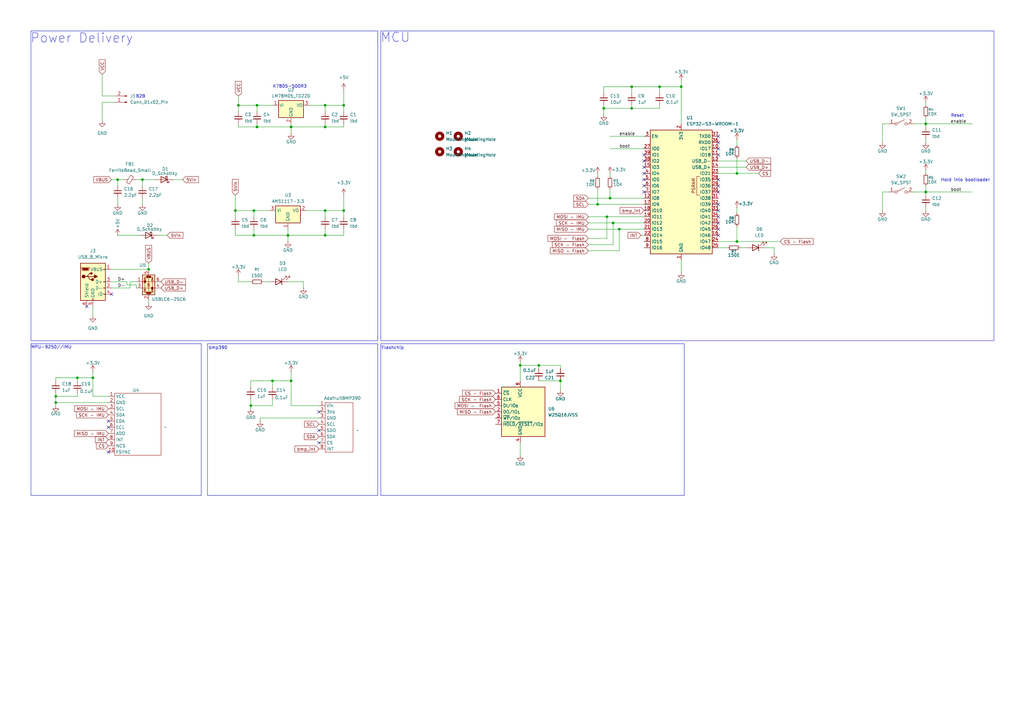
<source format=kicad_sch>
(kicad_sch (version 20250114) (generator "eeschema") (generator_version "9.0")
  (paper "A3")
  (lib_symbols
    (symbol "Connector:Conn_01x02_Pin" (pin_names (offset 1.016) (hide yes))
      (property "Reference" "J" (at 0 2.54 0))
      (property "Value" "Conn_01x02_Pin" (at 0 -5.08 0))
      (symbol "Conn_01x02_Pin_1_1"
        (pin passive line (at 5.08 0 180) (length 3.81) (name "Pin_1") (number "1"))
        (pin passive line (at 5.08 -2.54 180) (length 3.81) (name "Pin_2") (number "2"))
      )
    )
    (symbol "Connector:USB_B_Micro" (pin_names (offset 1.016))
      (property "Reference" "J" (at -5.08 11.43 0))
      (property "Value" "USB_B_Micro" (at -5.08 8.89 0))
      (symbol "USB_B_Micro_1_1"
        (pin passive line (at -2.54 -10.16 90) (length 2.54) (name "Shield") (number "6"))
        (pin power_out line (at 0 -10.16 90) (length 2.54) (name "GND") (number "5"))
        (pin power_out line (at 7.62 5.08 180) (length 2.54) (name "VBUS") (number "1"))
        (pin bidirectional line (at 7.62 0 180) (length 2.54) (name "D+") (number "3"))
        (pin bidirectional line (at 7.62 -2.54 180) (length 2.54) (name "D-") (number "2"))
        (pin passive line (at 7.62 -5.08 180) (length 2.54) (name "ID") (number "4"))
      )
    )
    (symbol "Device:C_Small" (pin_numbers (hide yes)) (pin_names (offset 0.254) (hide yes))
      (property "Reference" "C" (at 0.254 1.778 0))
      (property "Value" "C_Small" (at 0.254 -2.032 0))
      (symbol "C_Small_1_1"
        (pin passive line (at 0 2.54 270) (length 2.032) (name "~") (number "1"))
        (pin passive line (at 0 -2.54 90) (length 2.032) (name "~") (number "2"))
      )
    )
    (symbol "Device:D_Schottky" (pin_numbers (hide yes)) (pin_names (offset 1.016) (hide yes))
      (property "Reference" "D" (at 0 2.54 0))
      (property "Value" "D_Schottky" (at 0 -2.54 0))
      (symbol "D_Schottky_1_1"
        (pin passive line (at -3.81 0 0) (length 2.54) (name "K") (number "1"))
        (pin passive line (at 3.81 0 180) (length 2.54) (name "A") (number "2"))
      )
    )
    (symbol "Device:FerriteBead_Small" (pin_numbers (hide yes)) (pin_names (offset 0))
      (property "Reference" "FB" (at 1.905 1.27 0))
      (property "Value" "FerriteBead_Small" (at 1.905 -1.27 0))
      (symbol "FerriteBead_Small_1_1"
        (pin passive line (at 0 2.54 270) (length 1.27) (name "~") (number "1"))
        (pin passive line (at 0 -2.54 90) (length 1.27) (name "~") (number "2"))
      )
    )
    (symbol "Device:LED" (pin_numbers (hide yes)) (pin_names (offset 1.016) (hide yes))
      (property "Reference" "D" (at 0 2.54 0))
      (property "Value" "LED" (at 0 -2.54 0))
      (symbol "LED_1_1"
        (pin passive line (at -3.81 0 0) (length 2.54) (name "K") (number "1"))
        (pin passive line (at 3.81 0 180) (length 2.54) (name "A") (number "2"))
      )
    )
    (symbol "Device:R_Small" (pin_numbers (hide yes)) (pin_names (offset 0.254) (hide yes))
      (property "Reference" "R" (at 0 0 90))
      (property "Value" "R_Small" (at 1.778 0 90))
      (symbol "R_Small_1_1"
        (pin passive line (at 0 2.54 270) (length 0.762) (name "~") (number "1"))
        (pin passive line (at 0 -2.54 90) (length 0.762) (name "~") (number "2"))
      )
    )
    (symbol "Mechanical:MountingHole" (pin_names (offset 1.016)) (in_bom no)
      (property "Reference" "H" (at 0 5.08 0))
      (property "Value" "MountingHole" (at 0 3.175 0))
    )
    (symbol "Memory_Flash:W25Q16JVSS"
      (property "Reference" "U" (at -6.35 11.43 0))
      (property "Value" "W25Q16JVSS" (at 7.62 11.43 0))
      (symbol "W25Q16JVSS_1_1"
        (pin input line (at -10.16 7.62 0) (length 2.54) (name "~{CS}") (number "1"))
        (pin input line (at -10.16 5.08 0) (length 2.54) (name "CLK") (number "6"))
        (pin bidirectional line (at -10.16 2.54 0) (length 2.54) (name "DI/IO_{0}") (number "5"))
        (pin bidirectional line (at -10.16 0 0) (length 2.54) (name "DO/IO_{1}") (number "2"))
        (pin bidirectional line (at -10.16 -2.54 0) (length 2.54) (name "~{WP}/IO_{2}") (number "3"))
        (pin bidirectional line (at -10.16 -5.08 0) (length 2.54) (name "~{HOLD}/~{RESET}/IO_{3}") (number "7"))
        (pin power_in line (at 0 12.7 270) (length 2.54) (name "VCC") (number "8"))
        (pin power_in line (at 0 -12.7 90) (length 2.54) (name "GND") (number "4"))
      )
    )
    (symbol "Power_Protection:USBLC6-2SC6" (pin_names (hide yes))
      (property "Reference" "U" (at 0.635 5.715 0))
      (property "Value" "USBLC6-2SC6" (at 0.635 3.81 0))
      (symbol "USBLC6-2SC6_1_1"
        (pin passive line (at -5.08 0 0) (length 2.54) (name "I/O1") (number "1"))
        (pin passive line (at -5.08 -2.54 0) (length 2.54) (name "I/O2") (number "3"))
        (pin passive line (at 0 5.08 270) (length 2.54) (name "VBUS") (number "5"))
        (pin passive line (at 0 -7.62 90) (length 2.54) (name "GND") (number "2"))
        (pin passive line (at 5.08 0 180) (length 2.54) (name "I/O1") (number "6"))
        (pin passive line (at 5.08 -2.54 180) (length 2.54) (name "I/O2") (number "4"))
      )
    )
    (symbol "RF_Module:ESP32-S3-WROOM-1"
      (property "Reference" "U" (at -12.7 26.67 0))
      (property "Value" "ESP32-S3-WROOM-1" (at 12.7 26.67 0))
      (symbol "ESP32-S3-WROOM-1_0_0"
        (text "PSRAM" (at 5.08 2.54 900) (effects (font (size 1.27 1.27))))
      )
      (symbol "ESP32-S3-WROOM-1_1_1"
        (pin input line (at -15.24 22.86 0) (length 2.54) (name "EN") (number "3"))
        (pin bidirectional line (at -15.24 17.78 0) (length 2.54) (name "IO0") (number "27"))
        (pin bidirectional line (at -15.24 15.24 0) (length 2.54) (name "IO1") (number "39"))
        (pin bidirectional line (at -15.24 12.7 0) (length 2.54) (name "IO2") (number "38"))
        (pin bidirectional line (at -15.24 10.16 0) (length 2.54) (name "IO3") (number "15"))
        (pin bidirectional line (at -15.24 7.62 0) (length 2.54) (name "IO4") (number "4"))
        (pin bidirectional line (at -15.24 5.08 0) (length 2.54) (name "IO5") (number "5"))
        (pin bidirectional line (at -15.24 2.54 0) (length 2.54) (name "IO6") (number "6"))
        (pin bidirectional line (at -15.24 0 0) (length 2.54) (name "IO7") (number "7"))
        (pin bidirectional line (at -15.24 -2.54 0) (length 2.54) (name "IO8") (number "12"))
        (pin bidirectional line (at -15.24 -5.08 0) (length 2.54) (name "IO9") (number "17"))
        (pin bidirectional line (at -15.24 -7.62 0) (length 2.54) (name "IO10") (number "18"))
        (pin bidirectional line (at -15.24 -10.16 0) (length 2.54) (name "IO11") (number "19"))
        (pin bidirectional line (at -15.24 -12.7 0) (length 2.54) (name "IO12") (number "20"))
        (pin bidirectional line (at -15.24 -15.24 0) (length 2.54) (name "IO13") (number "21"))
        (pin bidirectional line (at -15.24 -17.78 0) (length 2.54) (name "IO14") (number "22"))
        (pin bidirectional line (at -15.24 -20.32 0) (length 2.54) (name "IO15") (number "8"))
        (pin bidirectional line (at -15.24 -22.86 0) (length 2.54) (name "IO16") (number "9"))
        (pin power_in line (at 0 27.94 270) (length 2.54) (name "3V3") (number "2"))
        (pin power_in line (at 0 -27.94 90) (length 2.54) (name "GND") (number "1"))
        (pin passive line (at 0 -27.94 90) (length 2.54) (hide yes) (name "GND") (number "40"))
        (pin passive line (at 0 -27.94 90) (length 2.54) (hide yes) (name "GND") (number "41"))
        (pin bidirectional line (at 15.24 22.86 180) (length 2.54) (name "TXD0") (number "37"))
        (pin bidirectional line (at 15.24 20.32 180) (length 2.54) (name "RXD0") (number "36"))
        (pin bidirectional line (at 15.24 17.78 180) (length 2.54) (name "IO17") (number "10"))
        (pin bidirectional line (at 15.24 15.24 180) (length 2.54) (name "IO18") (number "11"))
        (pin bidirectional line (at 15.24 12.7 180) (length 2.54) (name "USB_D-") (number "13"))
        (pin bidirectional line (at 15.24 10.16 180) (length 2.54) (name "USB_D+") (number "14"))
        (pin bidirectional line (at 15.24 7.62 180) (length 2.54) (name "IO21") (number "23"))
        (pin bidirectional line (at 15.24 5.08 180) (length 2.54) (name "IO35") (number "28"))
        (pin bidirectional line (at 15.24 2.54 180) (length 2.54) (name "IO36") (number "29"))
        (pin bidirectional line (at 15.24 0 180) (length 2.54) (name "IO37") (number "30"))
        (pin bidirectional line (at 15.24 -2.54 180) (length 2.54) (name "IO38") (number "31"))
        (pin bidirectional line (at 15.24 -5.08 180) (length 2.54) (name "IO39") (number "32"))
        (pin bidirectional line (at 15.24 -7.62 180) (length 2.54) (name "IO40") (number "33"))
        (pin bidirectional line (at 15.24 -10.16 180) (length 2.54) (name "IO41") (number "34"))
        (pin bidirectional line (at 15.24 -12.7 180) (length 2.54) (name "IO42") (number "35"))
        (pin bidirectional line (at 15.24 -15.24 180) (length 2.54) (name "IO45") (number "26"))
        (pin bidirectional line (at 15.24 -17.78 180) (length 2.54) (name "IO46") (number "16"))
        (pin bidirectional line (at 15.24 -20.32 180) (length 2.54) (name "IO47") (number "24"))
        (pin bidirectional line (at 15.24 -22.86 180) (length 2.54) (name "IO48") (number "25"))
      )
    )
    (symbol "Regulator_Linear:AMS1117-3.3"
      (property "Reference" "U" (at -3.81 3.175 0))
      (property "Value" "AMS1117-3.3" (at 0 3.175 0))
      (symbol "AMS1117-3.3_1_1"
        (pin power_in line (at -7.62 0 0) (length 2.54) (name "VI") (number "3"))
        (pin power_in line (at 0 -7.62 90) (length 2.54) (name "GND") (number "1"))
        (pin power_out line (at 7.62 0 180) (length 2.54) (name "VO") (number "2"))
      )
    )
    (symbol "Regulator_Linear:LM78M05_TO220" (pin_names (offset 0.254))
      (property "Reference" "U" (at -3.81 3.175 0))
      (property "Value" "LM78M05_TO220" (at 0 3.175 0))
      (symbol "LM78M05_TO220_1_1"
        (pin power_in line (at -7.62 0 0) (length 2.54) (name "VI") (number "1"))
        (pin power_in line (at 0 -7.62 90) (length 2.54) (name "GND") (number "2"))
        (pin power_out line (at 7.62 0 180) (length 2.54) (name "VO") (number "3"))
      )
    )
    (symbol "SensorModules:Adafruit_BMP390_"
      (property "Reference" "AdafruitBMP390" (at 0 0 0))
      (symbol "Adafruit_BMP390__1_1"
        (pin input line (at -7.62 -2.54 0) (length 2.54) (name "Vin") (number "1"))
        (pin output line (at -7.62 -5.08 0) (length 2.54) (name "3Vo") (number "2"))
        (pin output line (at -7.62 -7.62 0) (length 2.54) (name "GND") (number "3"))
        (pin input line (at -7.62 -10.16 0) (length 2.54) (name "SCL") (number "4"))
        (pin output line (at -7.62 -12.7 0) (length 2.54) (name "SDO") (number "5"))
        (pin input line (at -7.62 -15.24 0) (length 2.54) (name "SDA") (number "6"))
        (pin tri_state line (at -7.62 -17.78 0) (length 2.54) (name "CS") (number "7"))
        (pin tri_state line (at -7.62 -20.32 0) (length 2.54) (name "INT") (number "8"))
      )
    )
    (symbol "SensorModules:MPU9250"
      (property "Reference" "U4" (at -1.524 0 0))
      (property "Value" "~" (at 11.43 -15.24 0))
      (symbol "MPU9250_1_1"
        (pin input line (at -11.43 -2.54 0) (length 2.54) (name "VCC") (number "1"))
        (pin input line (at -11.43 -5.08 0) (length 2.54) (name "GND") (number "2"))
        (pin input line (at -11.43 -7.62 0) (length 2.54) (name "SCL") (number "3"))
        (pin input line (at -11.43 -10.16 0) (length 2.54) (name "SDA") (number "4"))
        (pin input line (at -11.43 -12.7 0) (length 2.54) (name "EDA") (number "5"))
        (pin input line (at -11.43 -15.24 0) (length 2.54) (name "ECL") (number "6"))
        (pin input line (at -11.43 -17.78 0) (length 2.54) (name "ADO") (number "7"))
        (pin input line (at -11.43 -20.32 0) (length 2.54) (name "INT") (number "8"))
        (pin input line (at -11.43 -22.86 0) (length 2.54) (name "NCS") (number "9"))
        (pin input line (at -11.43 -25.4 0) (length 2.54) (name "FSYNC") (number "10"))
      )
    )
    (symbol "Switch:SW_SPST" (pin_names (offset 0) (hide yes))
      (property "Reference" "SW" (at 0 3.175 0))
      (property "Value" "SW_SPST" (at 0 -2.54 0))
      (symbol "SW_SPST_1_1"
        (pin passive line (at -5.08 0 0) (length 2.54) (name "A") (number "1"))
        (pin passive line (at 5.08 0 180) (length 2.54) (name "B") (number "2"))
      )
    )
    (symbol "power:+3.3V" (power) (pin_numbers (hide yes)) (pin_names (offset 0) (hide yes))
      (property "Value" "+3.3V" (at 0 3.556 0))
      (symbol "+3.3V_1_1"
        (pin power_in line (at 0 0 90) (length 0) (name "~") (number "1"))
      )
    )
    (symbol "power:+5V" (power) (pin_numbers (hide yes)) (pin_names (offset 0) (hide yes))
      (property "Value" "+5V" (at 0 3.556 0))
      (symbol "+5V_1_1"
        (pin power_in line (at 0 0 90) (length 0) (name "~") (number "1"))
      )
    )
    (symbol "power:GND" (power) (pin_numbers (hide yes)) (pin_names (offset 0) (hide yes))
      (property "Value" "GND" (at 0 -3.81 0))
      (symbol "GND_1_1"
        (pin power_in line (at 0 0 270) (length 0) (name "~") (number "1"))
      )
    )
  )
  (rectangle (start 156.21 12.7) (end 407.67 139.7))
  (rectangle (start 85.09 140.97) (end 154.94 203.2))
  (rectangle (start 12.7 12.7) (end 154.94 139.7))
  (rectangle (start 156.21 140.97) (end 280.67 203.2))
  (rectangle (start 12.7 140.97) (end 82.55 203.2))
  (text "B2B " (at 58.166 39.624 0) (effects (font (size 1.27 1.27))))
  (text "bmp390" (at 89.408 142.748 0) (effects (font (size 1.27 1.27))))
  (text "MPU-9250//IMU" (at 21.082 142.494 0) (effects (font (size 1.27 1.27))))
  (text "K7805-500R3" (at 118.872 35.56 0) (effects (font (size 1.27 1.27))))
  (text "Flashchip" (at 161.036 142.748 0) (effects (font (size 1.27 1.27))))
  (text "MCU " (at 163.576 15.494 0) (effects (font (size 3.81 3.81))))
  (text "Power Delivery" (at 33.528 15.748 0) (effects (font (size 3.81 3.81))))
  (text "Reset" (at 392.684 47.498 0) (effects (font (size 1.27 1.27))))
  (text "Hold into bootloader" (at 395.986 73.914 0) (effects (font (size 1.27 1.27))))
  (junction (at 118.11 96.52))
  (junction (at 379.73 50.8))
  (junction (at 133.35 86.36))
  (junction (at 38.1 154.94))
  (junction (at 58.42 73.66))
  (junction (at 105.41 43.18))
  (junction (at 111.76 156.21))
  (junction (at 140.97 43.18))
  (junction (at 248.92 88.9))
  (junction (at 270.51 35.56))
  (junction (at 247.65 44.45))
  (junction (at 96.52 86.36))
  (junction (at 254 93.98))
  (junction (at 104.14 86.36))
  (junction (at 104.14 96.52))
  (junction (at 302.26 99.06))
  (junction (at 302.26 71.12))
  (junction (at 97.79 43.18))
  (junction (at 250.19 81.28))
  (junction (at 379.73 78.74))
  (junction (at 119.38 52.07))
  (junction (at 31.75 154.94))
  (junction (at 22.86 162.56))
  (junction (at 259.08 44.45))
  (junction (at 102.87 166.37))
  (junction (at 133.35 96.52))
  (junction (at 48.26 73.66))
  (junction (at 251.46 91.44))
  (junction (at 279.4 35.56))
  (junction (at 245.11 83.82))
  (junction (at 229.87 156.21))
  (junction (at 60.96 110.49))
  (junction (at 133.35 52.07))
  (junction (at 105.41 52.07))
  (junction (at 213.36 149.86))
  (junction (at 220.98 149.86))
  (junction (at 140.97 86.36))
  (junction (at 22.86 165.1))
  (junction (at 133.35 43.18))
  (junction (at 259.08 35.56))
  (junction (at 119.38 156.21))
  (no_connect (at 130.81 168.91))
  (no_connect (at 35.56 125.73))
  (no_connect (at 294.64 55.88))
  (no_connect (at 264.16 78.74))
  (no_connect (at 45.72 120.65))
  (no_connect (at 294.64 73.66))
  (no_connect (at 294.64 93.98))
  (no_connect (at 294.64 58.42))
  (no_connect (at 294.64 88.9))
  (no_connect (at 294.64 78.74))
  (no_connect (at 264.16 71.12))
  (no_connect (at 294.64 86.36))
  (no_connect (at 294.64 96.52))
  (no_connect (at 264.16 76.2))
  (no_connect (at 264.16 63.5))
  (no_connect (at 44.45 172.72))
  (no_connect (at 294.64 60.96))
  (no_connect (at 44.45 175.26))
  (no_connect (at 294.64 83.82))
  (no_connect (at 294.64 76.2))
  (no_connect (at 294.64 91.44))
  (no_connect (at 44.45 185.42))
  (no_connect (at 264.16 68.58))
  (no_connect (at 130.81 176.53))
  (no_connect (at 264.16 73.66))
  (no_connect (at 264.16 66.04))
  (no_connect (at 294.64 63.5))
  (no_connect (at 130.81 181.61))
  (wire (pts (xy 251.46 91.44) (xy 251.46 100.33)))
  (wire (pts (xy 247.65 44.45) (xy 259.08 44.45)))
  (wire (pts (xy 302.26 85.09) (xy 302.26 87.63)))
  (wire (pts (xy 133.35 52.07) (xy 140.97 52.07)))
  (wire (pts (xy 38.1 125.73) (xy 38.1 129.54)))
  (wire (pts (xy 38.1 154.94) (xy 31.75 154.94)))
  (wire (pts (xy 262.89 96.52) (xy 264.16 96.52)))
  (wire (pts (xy 53.34 118.11) (xy 53.34 115.57)))
  (wire (pts (xy 31.75 162.56) (xy 31.75 161.29)))
  (wire (pts (xy 130.81 171.45) (xy 106.68 171.45)))
  (wire (pts (xy 213.36 149.86) (xy 220.98 149.86)))
  (wire (pts (xy 44.45 162.56) (xy 38.1 162.56)))
  (wire (pts (xy 118.11 115.57) (xy 124.46 115.57)))
  (wire (pts (xy 302.26 71.12) (xy 294.64 71.12)))
  (wire (pts (xy 58.42 81.28) (xy 58.42 83.82)))
  (wire (pts (xy 119.38 52.07) (xy 119.38 54.61)))
  (wire (pts (xy 140.97 80.01) (xy 140.97 86.36)))
  (wire (pts (xy 22.86 162.56) (xy 31.75 162.56)))
  (wire (pts (xy 379.73 85.09) (xy 379.73 86.36)))
  (wire (pts (xy 96.52 93.98) (xy 96.52 96.52)))
  (wire (pts (xy 133.35 43.18) (xy 140.97 43.18)))
  (wire (pts (xy 251.46 91.44) (xy 264.16 91.44)))
  (wire (pts (xy 140.97 36.83) (xy 140.97 43.18)))
  (wire (pts (xy 247.65 35.56) (xy 247.65 38.1)))
  (wire (pts (xy 294.64 68.58) (xy 306.07 68.58)))
  (wire (pts (xy 250.19 60.96) (xy 264.16 60.96)))
  (wire (pts (xy 250.19 81.28) (xy 264.16 81.28)))
  (wire (pts (xy 220.98 149.86) (xy 220.98 151.13)))
  (wire (pts (xy 110.49 115.57) (xy 107.95 115.57)))
  (wire (pts (xy 111.76 156.21) (xy 111.76 158.75)))
  (wire (pts (xy 379.73 41.91) (xy 379.73 43.18)))
  (wire (pts (xy 119.38 152.4) (xy 119.38 156.21)))
  (wire (pts (xy 133.35 86.36) (xy 133.35 88.9)))
  (wire (pts (xy 133.35 93.98) (xy 133.35 96.52)))
  (wire (pts (xy 133.35 96.52) (xy 140.97 96.52)))
  (wire (pts (xy 361.95 78.74) (xy 361.95 86.36)))
  (wire (pts (xy 220.98 149.86) (xy 229.87 149.86)))
  (wire (pts (xy 317.5 101.6) (xy 317.5 104.14)))
  (wire (pts (xy 379.73 78.74) (xy 374.65 78.74)))
  (wire (pts (xy 118.11 93.98) (xy 118.11 96.52)))
  (wire (pts (xy 241.3 81.28) (xy 250.19 81.28)))
  (wire (pts (xy 279.4 35.56) (xy 270.51 35.56)))
  (wire (pts (xy 241.3 83.82) (xy 245.11 83.82)))
  (wire (pts (xy 46.99 41.91) (xy 41.91 41.91)))
  (wire (pts (xy 364.49 78.74) (xy 361.95 78.74)))
  (wire (pts (xy 302.26 57.15) (xy 302.26 59.69)))
  (wire (pts (xy 104.14 86.36) (xy 104.14 88.9)))
  (wire (pts (xy 119.38 52.07) (xy 133.35 52.07)))
  (wire (pts (xy 48.26 73.66) (xy 50.8 73.66)))
  (wire (pts (xy 241.3 102.87) (xy 254 102.87)))
  (wire (pts (xy 241.3 93.98) (xy 254 93.98)))
  (wire (pts (xy 105.41 52.07) (xy 119.38 52.07)))
  (wire (pts (xy 259.08 35.56) (xy 259.08 38.1)))
  (wire (pts (xy 379.73 52.07) (xy 379.73 50.8)))
  (wire (pts (xy 279.4 35.56) (xy 279.4 50.8)))
  (wire (pts (xy 45.72 118.11) (xy 53.34 118.11)))
  (wire (pts (xy 106.68 171.45) (xy 106.68 172.72)))
  (wire (pts (xy 250.19 77.47) (xy 250.19 81.28)))
  (wire (pts (xy 279.4 106.68) (xy 279.4 111.76)))
  (wire (pts (xy 294.64 66.04) (xy 306.07 66.04)))
  (wire (pts (xy 45.72 115.57) (xy 52.07 115.57)))
  (wire (pts (xy 105.41 50.8) (xy 105.41 52.07)))
  (wire (pts (xy 379.73 80.01) (xy 379.73 78.74)))
  (wire (pts (xy 38.1 152.4) (xy 38.1 154.94)))
  (wire (pts (xy 60.96 107.95) (xy 60.96 110.49)))
  (wire (pts (xy 213.36 149.86) (xy 213.36 156.21)))
  (wire (pts (xy 302.26 99.06) (xy 294.64 99.06)))
  (wire (pts (xy 241.3 91.44) (xy 251.46 91.44)))
  (wire (pts (xy 279.4 33.02) (xy 279.4 35.56)))
  (wire (pts (xy 102.87 166.37) (xy 102.87 167.64)))
  (wire (pts (xy 119.38 50.8) (xy 119.38 52.07)))
  (wire (pts (xy 97.79 43.18) (xy 97.79 45.72)))
  (wire (pts (xy 140.97 88.9) (xy 140.97 86.36)))
  (wire (pts (xy 245.11 71.12) (xy 245.11 72.39)))
  (wire (pts (xy 102.87 156.21) (xy 102.87 158.75)))
  (wire (pts (xy 379.73 57.15) (xy 379.73 58.42)))
  (wire (pts (xy 311.15 71.12) (xy 302.26 71.12)))
  (wire (pts (xy 119.38 156.21) (xy 119.38 166.37)))
  (wire (pts (xy 104.14 86.36) (xy 96.52 86.36)))
  (wire (pts (xy 118.11 96.52) (xy 118.11 99.06)))
  (wire (pts (xy 241.3 97.79) (xy 248.92 97.79)))
  (wire (pts (xy 102.87 166.37) (xy 102.87 163.83)))
  (wire (pts (xy 22.86 165.1) (xy 22.86 166.37)))
  (wire (pts (xy 110.49 86.36) (xy 104.14 86.36)))
  (wire (pts (xy 302.26 64.77) (xy 302.26 71.12)))
  (wire (pts (xy 97.79 50.8) (xy 97.79 52.07)))
  (wire (pts (xy 105.41 43.18) (xy 97.79 43.18)))
  (wire (pts (xy 102.87 115.57) (xy 97.79 115.57)))
  (wire (pts (xy 105.41 43.18) (xy 105.41 45.72)))
  (wire (pts (xy 213.36 181.61) (xy 213.36 186.69)))
  (wire (pts (xy 111.76 166.37) (xy 102.87 166.37)))
  (wire (pts (xy 97.79 39.37) (xy 97.79 43.18)))
  (wire (pts (xy 45.72 73.66) (xy 48.26 73.66)))
  (wire (pts (xy 45.72 110.49) (xy 60.96 110.49)))
  (wire (pts (xy 41.91 30.48) (xy 41.91 39.37)))
  (wire (pts (xy 64.77 96.52) (xy 68.58 96.52)))
  (wire (pts (xy 250.19 55.88) (xy 264.16 55.88)))
  (wire (pts (xy 111.76 43.18) (xy 105.41 43.18)))
  (wire (pts (xy 379.73 50.8) (xy 398.78 50.8)))
  (wire (pts (xy 31.75 154.94) (xy 22.86 154.94)))
  (wire (pts (xy 53.34 115.57) (xy 55.88 115.57)))
  (wire (pts (xy 41.91 41.91) (xy 41.91 49.53)))
  (wire (pts (xy 118.11 96.52) (xy 133.35 96.52)))
  (wire (pts (xy 270.51 44.45) (xy 270.51 43.18)))
  (wire (pts (xy 104.14 93.98) (xy 104.14 96.52)))
  (wire (pts (xy 259.08 44.45) (xy 259.08 43.18)))
  (wire (pts (xy 245.11 77.47) (xy 245.11 83.82)))
  (wire (pts (xy 58.42 73.66) (xy 63.5 73.66)))
  (wire (pts (xy 270.51 35.56) (xy 270.51 38.1)))
  (wire (pts (xy 379.73 48.26) (xy 379.73 50.8)))
  (wire (pts (xy 133.35 86.36) (xy 140.97 86.36)))
  (wire (pts (xy 220.98 156.21) (xy 229.87 156.21)))
  (wire (pts (xy 58.42 73.66) (xy 58.42 76.2)))
  (wire (pts (xy 313.69 101.6) (xy 317.5 101.6)))
  (wire (pts (xy 259.08 35.56) (xy 247.65 35.56)))
  (wire (pts (xy 379.73 69.85) (xy 379.73 71.12)))
  (wire (pts (xy 245.11 83.82) (xy 264.16 83.82)))
  (wire (pts (xy 379.73 76.2) (xy 379.73 78.74)))
  (wire (pts (xy 133.35 43.18) (xy 133.35 45.72)))
  (wire (pts (xy 46.99 39.37) (xy 41.91 39.37)))
  (wire (pts (xy 96.52 96.52) (xy 104.14 96.52)))
  (wire (pts (xy 124.46 115.57) (xy 124.46 118.11)))
  (wire (pts (xy 213.36 148.59) (xy 213.36 149.86)))
  (wire (pts (xy 22.86 154.94) (xy 22.86 156.21)))
  (wire (pts (xy 60.96 123.19) (xy 60.96 124.46)))
  (wire (pts (xy 140.97 52.07) (xy 140.97 50.8)))
  (wire (pts (xy 241.3 88.9) (xy 248.92 88.9)))
  (wire (pts (xy 294.64 101.6) (xy 298.45 101.6)))
  (wire (pts (xy 104.14 96.52) (xy 118.11 96.52)))
  (wire (pts (xy 229.87 149.86) (xy 229.87 151.13)))
  (wire (pts (xy 22.86 161.29) (xy 22.86 162.56)))
  (wire (pts (xy 254 93.98) (xy 254 102.87)))
  (wire (pts (xy 247.65 46.99) (xy 247.65 44.45)))
  (wire (pts (xy 247.65 43.18) (xy 247.65 44.45)))
  (wire (pts (xy 379.73 78.74) (xy 398.78 78.74)))
  (wire (pts (xy 22.86 162.56) (xy 22.86 165.1)))
  (wire (pts (xy 111.76 156.21) (xy 119.38 156.21)))
  (wire (pts (xy 48.26 81.28) (xy 48.26 83.82)))
  (wire (pts (xy 55.88 73.66) (xy 58.42 73.66)))
  (wire (pts (xy 111.76 163.83) (xy 111.76 166.37)))
  (wire (pts (xy 97.79 113.03) (xy 97.79 115.57)))
  (wire (pts (xy 52.07 115.57) (xy 52.07 116.84)))
  (wire (pts (xy 259.08 44.45) (xy 270.51 44.45)))
  (wire (pts (xy 364.49 50.8) (xy 361.95 50.8)))
  (wire (pts (xy 55.88 116.84) (xy 55.88 118.11)))
  (wire (pts (xy 302.26 92.71) (xy 302.26 99.06)))
  (wire (pts (xy 133.35 50.8) (xy 133.35 52.07)))
  (wire (pts (xy 379.73 50.8) (xy 374.65 50.8)))
  (wire (pts (xy 96.52 86.36) (xy 96.52 88.9)))
  (wire (pts (xy 254 93.98) (xy 264.16 93.98)))
  (wire (pts (xy 248.92 88.9) (xy 264.16 88.9)))
  (wire (pts (xy 303.53 101.6) (xy 306.07 101.6)))
  (wire (pts (xy 140.97 45.72) (xy 140.97 43.18)))
  (wire (pts (xy 96.52 80.01) (xy 96.52 86.36)))
  (wire (pts (xy 125.73 86.36) (xy 133.35 86.36)))
  (wire (pts (xy 320.04 99.06) (xy 302.26 99.06)))
  (wire (pts (xy 241.3 100.33) (xy 251.46 100.33)))
  (wire (pts (xy 22.86 165.1) (xy 44.45 165.1)))
  (wire (pts (xy 127 43.18) (xy 133.35 43.18)))
  (wire (pts (xy 229.87 156.21) (xy 229.87 160.02)))
  (wire (pts (xy 361.95 50.8) (xy 361.95 58.42)))
  (wire (pts (xy 48.26 73.66) (xy 48.26 76.2)))
  (wire (pts (xy 48.26 96.52) (xy 57.15 96.52)))
  (wire (pts (xy 259.08 35.56) (xy 270.51 35.56)))
  (wire (pts (xy 102.87 156.21) (xy 111.76 156.21)))
  (wire (pts (xy 71.12 73.66) (xy 74.93 73.66)))
  (wire (pts (xy 250.19 71.12) (xy 250.19 72.39)))
  (wire (pts (xy 52.07 116.84) (xy 55.88 116.84)))
  (wire (pts (xy 130.81 166.37) (xy 119.38 166.37)))
  (wire (pts (xy 38.1 154.94) (xy 38.1 162.56)))
  (wire (pts (xy 97.79 52.07) (xy 105.41 52.07)))
  (wire (pts (xy 248.92 88.9) (xy 248.92 97.79)))
  (wire (pts (xy 31.75 154.94) (xy 31.75 156.21)))
  (wire (pts (xy 140.97 96.52) (xy 140.97 93.98)))
  (label "enable" (at 389.89 50.8 0))
  (label "boot" (at 254 60.96 0))
  (label "enable" (at 254 55.88 0))
  (label "D-" (at 48.26 118.11 0))
  (label "boot" (at 389.89 78.74 0))
  (label "D+" (at 48.26 115.57 0))
  (global_label "SCK - Flash" (shape input) (at 203.2 163.83 180) (property "Intersheetrefs" "${INTERSHEET_REFS}" (effects (hide yes))))
  (global_label "bmp_int" (shape input) (at 264.16 86.36 180) (property "Intersheetrefs" "${INTERSHEET_REFS}" (effects (hide yes))))
  (global_label "VCC" (shape input) (at 97.79 39.37 90) (property "Intersheetrefs" "${INTERSHEET_REFS}" (effects (hide yes))))
  (global_label "INT" (shape input) (at 262.89 96.52 180) (property "Intersheetrefs" "${INTERSHEET_REFS}" (effects (hide yes))))
  (global_label "5Vin" (shape input) (at 68.58 96.52 0) (property "Intersheetrefs" "${INTERSHEET_REFS}" (effects (hide yes))))
  (global_label "MOSI - IMU" (shape input) (at 241.3 88.9 180) (property "Intersheetrefs" "${INTERSHEET_REFS}" (effects (hide yes))))
  (global_label "SCK - Flash" (shape input) (at 241.3 100.33 180) (property "Intersheetrefs" "${INTERSHEET_REFS}" (effects (hide yes))))
  (global_label "SDA" (shape input) (at 241.3 81.28 180) (property "Intersheetrefs" "${INTERSHEET_REFS}" (effects (hide yes))))
  (global_label "MISO - IMU" (shape input) (at 44.45 177.8 180) (property "Intersheetrefs" "${INTERSHEET_REFS}" (effects (hide yes))))
  (global_label "MOSI -  Flash" (shape input) (at 203.2 166.37 180) (property "Intersheetrefs" "${INTERSHEET_REFS}" (effects (hide yes))))
  (global_label "VBUS" (shape input) (at 45.72 73.66 180) (property "Intersheetrefs" "${INTERSHEET_REFS}" (effects (hide yes))))
  (global_label "bmp_int" (shape input) (at 130.81 184.15 180) (property "Intersheetrefs" "${INTERSHEET_REFS}" (effects (hide yes))))
  (global_label "MOSI -  Flash" (shape input) (at 241.3 97.79 180) (property "Intersheetrefs" "${INTERSHEET_REFS}" (effects (hide yes))))
  (global_label "MISO - Flash" (shape input) (at 241.3 102.87 180) (property "Intersheetrefs" "${INTERSHEET_REFS}" (effects (hide yes))))
  (global_label "USB_D-" (shape input) (at 306.07 66.04 0) (property "Intersheetrefs" "${INTERSHEET_REFS}" (effects (hide yes))))
  (global_label "MISO - Flash" (shape input) (at 203.2 168.91 180) (property "Intersheetrefs" "${INTERSHEET_REFS}" (effects (hide yes))))
  (global_label "CS - Flash" (shape input) (at 320.04 99.06 0) (property "Intersheetrefs" "${INTERSHEET_REFS}" (effects (hide yes))))
  (global_label "CS - Flash" (shape input) (at 203.2 161.29 180) (property "Intersheetrefs" "${INTERSHEET_REFS}" (effects (hide yes))))
  (global_label "VBUS" (shape input) (at 60.96 107.95 90) (property "Intersheetrefs" "${INTERSHEET_REFS}" (effects (hide yes))))
  (global_label "USB_D+" (shape input) (at 306.07 68.58 0) (property "Intersheetrefs" "${INTERSHEET_REFS}" (effects (hide yes))))
  (global_label "CS" (shape input) (at 311.15 71.12 0) (property "Intersheetrefs" "${INTERSHEET_REFS}" (effects (hide yes))))
  (global_label "SCL" (shape input) (at 241.3 83.82 180) (property "Intersheetrefs" "${INTERSHEET_REFS}" (effects (hide yes))))
  (global_label "USB_D+" (shape input) (at 66.04 118.11 0) (property "Intersheetrefs" "${INTERSHEET_REFS}" (effects (hide yes))))
  (global_label "SCK - IMU" (shape input) (at 44.45 170.18 180) (property "Intersheetrefs" "${INTERSHEET_REFS}" (effects (hide yes))))
  (global_label "SCK - IMU" (shape input) (at 241.3 91.44 180) (property "Intersheetrefs" "${INTERSHEET_REFS}" (effects (hide yes))))
  (global_label "SCL" (shape input) (at 130.81 173.99 180) (property "Intersheetrefs" "${INTERSHEET_REFS}" (effects (hide yes))))
  (global_label "INT" (shape input) (at 44.45 180.34 180) (property "Intersheetrefs" "${INTERSHEET_REFS}" (effects (hide yes))))
  (global_label "MISO - IMU" (shape input) (at 241.3 93.98 180) (property "Intersheetrefs" "${INTERSHEET_REFS}" (effects (hide yes))))
  (global_label "5Vin" (shape input) (at 74.93 73.66 0) (property "Intersheetrefs" "${INTERSHEET_REFS}" (effects (hide yes))))
  (global_label "MOSI - IMU" (shape input) (at 44.45 167.64 180) (property "Intersheetrefs" "${INTERSHEET_REFS}" (effects (hide yes))))
  (global_label "CS" (shape input) (at 44.45 182.88 180) (property "Intersheetrefs" "${INTERSHEET_REFS}" (effects (hide yes))))
  (global_label "5Vin" (shape input) (at 96.52 80.01 90) (property "Intersheetrefs" "${INTERSHEET_REFS}" (effects (hide yes))))
  (global_label "SDA" (shape input) (at 130.81 179.07 180) (property "Intersheetrefs" "${INTERSHEET_REFS}" (effects (hide yes))))
  (global_label "USB_D-" (shape input) (at 66.04 115.57 0) (property "Intersheetrefs" "${INTERSHEET_REFS}" (effects (hide yes))))
  (global_label "VCC" (shape input) (at 41.91 30.48 90) (property "Intersheetrefs" "${INTERSHEET_REFS}" (effects (hide yes))))
  (symbol (lib_id "Connector:Conn_01x02_Pin") (at 52.07 41.91 180) (unit 1)
    (property "Reference" "J1" (at 53.34 39.3699 0) (effects (justify right)))
    (property "Value" "Conn_01x02_Pin" (at 53.34 41.9099 0) (effects (justify right)))
    (property "Footprint" "Connector_PinHeader_2.54mm:PinHeader_1x02_P2.54mm_Vertical" (effects (hide yes)))
    (property "Description" "Generic connector, single row, 01x02, script generated" (effects (hide yes)))
  )
  (symbol (lib_id "power:+3.3V") (at 279.4 33.02 0) (unit 1)
    (property "Reference" "#PWR010" (effects (hide yes)))
    (property "Value" "+3.3V" (at 279.4 29.464 0))
    (property "Description" "Power symbol creates a global label with name \"+3.3V\"" (effects (hide yes)))
  )
  (symbol (lib_id "Device:D_Schottky") (at 60.96 96.52 180) (unit 1)
    (property "Reference" "D2" (at 61.468 92.456 0))
    (property "Value" "D_Schottky" (at 61.214 93.98 0))
    (property "Footprint" "Diode_SMD:D_1206_3216Metric" (effects (hide yes)))
    (property "Description" "Schottky diode" (effects (hide yes)))
  )
  (symbol (lib_id "power:+3.3V") (at 245.11 71.12 0) (unit 1)
    (property "Reference" "#PWR028" (effects (hide yes)))
    (property "Value" "+3.3V" (at 241.3 69.85 0))
    (property "Description" "Power symbol creates a global label with name \"+3.3V\"" (effects (hide yes)))
  )
  (symbol (lib_id "power:GND") (at 102.87 167.64 0) (unit 1)
    (property "Reference" "#PWR019" (effects (hide yes)))
    (property "Value" "GND" (at 102.87 171.196 0))
    (property "Description" "Power symbol creates a global label with name \"GND\" , ground" (effects (hide yes)))
  )
  (symbol (lib_id "Device:LED") (at 309.88 101.6 180) (unit 1)
    (property "Reference" "D6" (at 311.4675 93.98 0))
    (property "Value" "LED" (at 311.4675 96.52 0))
    (property "Footprint" "LED_SMD:LED_0603_1608Metric" (effects (hide yes)))
    (property "Description" "Light emitting diode" (effects (hide yes)))
    (property "Sim.Pins" "1=K 2=A" (effects (hide yes)))
  )
  (symbol (lib_id "power:GND") (at 119.38 54.61 0) (unit 1)
    (property "Reference" "#PWR03" (effects (hide yes)))
    (property "Value" "GND" (at 119.38 58.166 0))
    (property "Description" "Power symbol creates a global label with name \"GND\" , ground" (effects (hide yes)))
  )
  (symbol (lib_id "Device:R_Small") (at 105.41 115.57 90) (unit 1)
    (property "Reference" "R1" (at 105.41 110.49 90) (effects (font (size 1.016 1.016))))
    (property "Value" "150E" (at 105.41 113.03 90))
    (property "Footprint" "Resistor_SMD:R_0603_1608Metric" (effects (hide yes)))
    (property "Description" "Resistor, small symbol" (effects (hide yes)))
  )
  (symbol (lib_id "Connector:USB_B_Micro") (at 38.1 115.57 0) (unit 1)
    (property "Reference" "J3" (at 38.1 102.87 0))
    (property "Value" "USB_B_Micro" (at 38.1 105.41 0))
    (property "Footprint" "Connector_USB:USB_Micro-B_Wuerth_629105150521" (effects (hide yes)))
    (property "Description" "USB Micro Type B connector" (effects (hide yes)))
  )
  (symbol (lib_id "Power_Protection:USBLC6-2SC6") (at 60.96 115.57 0) (unit 1)
    (property "Reference" "U5" (at 57.15 108.712 0) (effects (justify left)))
    (property "Value" "USBLC6-2SC6" (at 62.23 122.682 0) (effects (justify left)))
    (property "Footprint" "Package_TO_SOT_SMD:SOT-23-6" (effects (hide yes)))
    (property "Datasheet" "https://www.st.com/resource/en/datasheet/usblc6-2.pdf" (effects (hide yes)))
    (property "Description" "Very low capacitance ESD protection diode, 2 data-line, SOT-23-6" (effects (hide yes)))
  )
  (symbol (lib_id "Device:C_Small") (at 220.98 153.67 180) (unit 1)
    (property "Reference" "C22" (at 219.456 154.94 0) (effects (justify left)))
    (property "Value" "0.1uF" (at 219.964 151.892 0) (effects (justify left)))
    (property "Footprint" "Capacitor_SMD:C_0603_1608Metric" (effects (hide yes)))
    (property "Description" "Unpolarized capacitor, small symbol" (effects (hide yes)))
  )
  (symbol (lib_id "power:+3.3V") (at 302.26 85.09 0) (unit 1)
    (property "Reference" "#PWR031" (effects (hide yes)))
    (property "Value" "+3.3V" (at 305.816 83.566 0))
    (property "Description" "Power symbol creates a global label with name \"+3.3V\"" (effects (hide yes)))
  )
  (symbol (lib_id "Mechanical:MountingHole") (at 180.34 55.88 0) (unit 1) (in_bom no)
    (property "Reference" "H1" (at 182.88 54.6099 0) (effects (justify left)))
    (property "Value" "MountingHole" (at 182.88 57.1499 0) (effects (justify left)))
    (property "Footprint" "MountingHole:MountingHole_3.2mm_M3" (effects (hide yes)))
    (property "Description" "Mounting Hole without connection" (effects (hide yes)))
  )
  (symbol (lib_id "power:GND") (at 60.96 124.46 0) (unit 1)
    (property "Reference" "#PWR022" (effects (hide yes)))
    (property "Value" "GND" (at 60.96 129.54 0))
    (property "Description" "Power symbol creates a global label with name \"GND\" , ground" (effects (hide yes)))
  )
  (symbol (lib_id "power:GND") (at 58.42 83.82 0) (unit 1)
    (property "Reference" "#PWR024" (effects (hide yes)))
    (property "Value" "GND" (at 58.42 87.376 0))
    (property "Description" "Power symbol creates a global label with name \"GND\" , ground" (effects (hide yes)))
  )
  (symbol (lib_id "Device:R_Small") (at 302.26 90.17 180) (unit 1)
    (property "Reference" "R8" (at 298.958 89.408 0) (effects (font (size 1.016 1.016)) (justify right)))
    (property "Value" "10K" (at 297.434 90.932 0) (effects (justify right)))
    (property "Footprint" "Resistor_SMD:R_0603_1608Metric" (effects (hide yes)))
    (property "Description" "Resistor, small symbol" (effects (hide yes)))
  )
  (symbol (lib_id "Device:C_Small") (at 96.52 91.44 0) (unit 1)
    (property "Reference" "C5" (at 99.06 90.1762 0) (effects (justify left)))
    (property "Value" "tbd" (at 99.06 92.7162 0) (effects (justify left)))
    (property "Footprint" "Capacitor_SMD:C_0603_1608Metric" (effects (hide yes)))
    (property "Description" "Unpolarized capacitor, small symbol" (effects (hide yes)))
  )
  (symbol (lib_id "power:+3.3V") (at 302.26 57.15 0) (unit 1)
    (property "Reference" "#PWR012" (effects (hide yes)))
    (property "Value" "+3.3V" (at 302.26 53.594 0))
    (property "Description" "Power symbol creates a global label with name \"+3.3V\"" (effects (hide yes)))
  )
  (symbol (lib_id "Switch:SW_SPST") (at 369.57 50.8 0) (unit 1)
    (property "Reference" "SW1" (at 369.57 44.45 0))
    (property "Value" "SW_SPST" (at 369.57 46.99 0))
    (property "Footprint" "Button_Switch_THT:SW_PUSH_6mm" (effects (hide yes)))
    (property "Description" "Single Pole Single Throw (SPST) switch" (effects (hide yes)))
  )
  (symbol (lib_id "power:+3.3V") (at 250.19 71.12 0) (unit 1)
    (property "Reference" "#PWR027" (effects (hide yes)))
    (property "Value" "+3.3V" (at 253.746 69.596 0))
    (property "Description" "Power symbol creates a global label with name \"+3.3V\"" (effects (hide yes)))
  )
  (symbol (lib_id "power:GND") (at 379.73 58.42 0) (unit 1)
    (property "Reference" "#PWR014" (effects (hide yes)))
    (property "Value" "GND" (at 379.73 61.976 0))
    (property "Description" "Power symbol creates a global label with name \"GND\" , ground" (effects (hide yes)))
  )
  (symbol (lib_id "Regulator_Linear:AMS1117-3.3") (at 118.11 86.36 0) (unit 1)
    (property "Reference" "U3" (at 118.11 80.01 0))
    (property "Value" "AMS1117-3.3" (at 118.11 82.55 0))
    (property "Footprint" "Package_TO_SOT_SMD:SOT-223-3_TabPin2" (effects (hide yes)))
    (property "Datasheet" "http://www.advanced-monolithic.com/pdf/ds1117.pdf" (effects (hide yes)))
    (property "Description" "1A Low Dropout regulator, positive, 3.3V fixed output, SOT-223" (effects (hide yes)))
  )
  (symbol (lib_id "Mechanical:MountingHole") (at 187.96 55.88 0) (unit 1) (in_bom no)
    (property "Reference" "H2" (at 190.5 54.6099 0) (effects (justify left)))
    (property "Value" "MountingHole" (at 190.5 57.1499 0) (effects (justify left)))
    (property "Footprint" "MountingHole:MountingHole_3.2mm_M3" (effects (hide yes)))
    (property "Description" "Mounting Hole without connection" (effects (hide yes)))
  )
  (symbol (lib_id "Device:C_Small") (at 102.87 161.29 0) (unit 1)
    (property "Reference" "C15" (at 105.41 160.0262 0) (effects (justify left)))
    (property "Value" "1uF" (at 105.41 162.5662 0) (effects (justify left)))
    (property "Footprint" "Capacitor_SMD:C_0603_1608Metric" (effects (hide yes)))
    (property "Description" "Unpolarized capacitor, small symbol" (effects (hide yes)))
  )
  (symbol (lib_id "power:GND") (at 361.95 86.36 0) (unit 1)
    (property "Reference" "#PWR015" (effects (hide yes)))
    (property "Value" "GND" (at 361.95 89.916 0))
    (property "Description" "Power symbol creates a global label with name \"GND\" , ground" (effects (hide yes)))
  )
  (symbol (lib_id "Device:R_Small") (at 302.26 62.23 180) (unit 1)
    (property "Reference" "R9" (at 298.958 61.468 0) (effects (font (size 1.016 1.016)) (justify right)))
    (property "Value" "10K" (at 297.434 62.992 0) (effects (justify right)))
    (property "Footprint" "Resistor_SMD:R_0603_1608Metric" (effects (hide yes)))
    (property "Description" "Resistor, small symbol" (effects (hide yes)))
  )
  (symbol (lib_id "Device:C_Small") (at 379.73 54.61 0) (unit 1)
    (property "Reference" "C11" (at 382.27 53.3462 0) (effects (justify left)))
    (property "Value" "tbd" (at 382.27 55.8862 0) (effects (justify left)))
    (property "Footprint" "Capacitor_SMD:C_0603_1608Metric" (effects (hide yes)))
    (property "Description" "Unpolarized capacitor, small symbol" (effects (hide yes)))
  )
  (symbol (lib_id "Device:D_Schottky") (at 67.31 73.66 180) (unit 1)
    (property "Reference" "D1" (at 67.818 69.342 0))
    (property "Value" "D_Schottky" (at 67.564 71.12 0))
    (property "Footprint" "Diode_SMD:D_1206_3216Metric" (effects (hide yes)))
    (property "Description" "Schottky diode" (effects (hide yes)))
  )
  (symbol (lib_id "Regulator_Linear:LM78M05_TO220") (at 119.38 43.18 0) (unit 1)
    (property "Reference" "U2" (at 119.38 36.83 0))
    (property "Value" "LM78M05_TO220" (at 119.38 39.37 0))
    (property "Footprint" "Package_TO_SOT_THT:TO-220-3_Vertical" (effects (hide yes)))
    (property "Datasheet" "https://www.onsemi.com/pub/Collateral/MC78M00-D.PDF" (effects (hide yes)))
    (property "Description" "Positive 500mA 35V Linear Regulator, Fixed Output 5V, TO-220" (effects (hide yes)))
  )
  (symbol (lib_id "Device:C_Small") (at 31.75 158.75 0) (unit 1)
    (property "Reference" "C19" (at 33.274 157.48 0) (effects (justify left)))
    (property "Value" "0.1uF" (at 32.766 160.528 0) (effects (justify left)))
    (property "Footprint" "Capacitor_SMD:C_0603_1608Metric" (effects (hide yes)))
    (property "Description" "Unpolarized capacitor, small symbol" (effects (hide yes)))
  )
  (symbol (lib_id "SensorModules:MPU9250") (at 55.88 160.02 0) (unit 1)
    (property "Reference" "U4" (at 54.356 160.02 0) (effects (justify left)))
    (property "Value" "~" (at 67.31 175.26 0) (effects (justify left)))
    (property "Footprint" "SensorModules:Untitled" (effects (hide yes)))
  )
  (symbol (lib_id "Device:R_Small") (at 300.99 101.6 90) (unit 1)
    (property "Reference" "R7" (at 300.99 103.124 90) (effects (font (size 1.016 1.016))))
    (property "Value" "150E" (at 300.99 104.648 90))
    (property "Footprint" "Resistor_SMD:R_0603_1608Metric" (effects (hide yes)))
    (property "Description" "Resistor, small symbol" (effects (hide yes)))
  )
  (symbol (lib_id "power:GND") (at 106.68 172.72 0) (unit 1)
    (property "Reference" "#PWR020" (effects (hide yes)))
    (property "Value" "GND" (at 106.68 176.276 0))
    (property "Description" "Power symbol creates a global label with name \"GND\" , ground" (effects (hide yes)))
  )
  (symbol (lib_id "power:GND") (at 279.4 111.76 0) (unit 1)
    (property "Reference" "#PWR09" (effects (hide yes)))
    (property "Value" "GND" (at 279.4 115.316 0))
    (property "Description" "Power symbol creates a global label with name \"GND\" , ground" (effects (hide yes)))
  )
  (symbol (lib_id "Device:R_Small") (at 245.11 74.93 180) (unit 1)
    (property "Reference" "R6" (at 241.808 74.168 0) (effects (font (size 1.016 1.016)) (justify right)))
    (property "Value" "10K" (at 240.284 75.692 0) (effects (justify right)))
    (property "Footprint" "Resistor_SMD:R_0603_1608Metric" (effects (hide yes)))
    (property "Description" "Resistor, small symbol" (effects (hide yes)))
  )
  (symbol (lib_id "power:+3.3V") (at 379.73 69.85 0) (unit 1)
    (property "Reference" "#PWR016" (effects (hide yes)))
    (property "Value" "+3.3V" (at 379.73 66.294 0))
    (property "Description" "Power symbol creates a global label with name \"+3.3V\"" (effects (hide yes)))
  )
  (symbol (lib_id "Device:C_Small") (at 270.51 40.64 0) (unit 1)
    (property "Reference" "C10" (at 273.05 39.3762 0) (effects (justify left)))
    (property "Value" "0.1uF" (at 273.05 41.9162 0) (effects (justify left)))
    (property "Footprint" "Capacitor_SMD:C_0603_1608Metric" (effects (hide yes)))
    (property "Description" "Unpolarized capacitor, small symbol" (effects (hide yes)))
  )
  (symbol (lib_id "power:GND") (at 118.11 99.06 0) (unit 1)
    (property "Reference" "#PWR06" (effects (hide yes)))
    (property "Value" "GND" (at 118.11 102.616 0))
    (property "Description" "Power symbol creates a global label with name \"GND\" , ground" (effects (hide yes)))
  )
  (symbol (lib_id "power:GND") (at 317.5 104.14 0) (unit 1)
    (property "Reference" "#PWR030" (effects (hide yes)))
    (property "Value" "GND" (at 317.5 107.696 0))
    (property "Description" "Power symbol creates a global label with name \"GND\" , ground" (effects (hide yes)))
  )
  (symbol (lib_id "Device:C_Small") (at 229.87 153.67 180) (unit 1)
    (property "Reference" "C21" (at 227.33 154.9338 0) (effects (justify left)))
    (property "Value" "1uF" (at 227.33 152.3938 0) (effects (justify left)))
    (property "Footprint" "Capacitor_SMD:C_0603_1608Metric" (effects (hide yes)))
    (property "Description" "Unpolarized capacitor, small symbol" (effects (hide yes)))
  )
  (symbol (lib_id "Device:C_Small") (at 22.86 158.75 0) (unit 1)
    (property "Reference" "C18" (at 25.4 157.4862 0) (effects (justify left)))
    (property "Value" "1uF" (at 25.4 160.0262 0) (effects (justify left)))
    (property "Footprint" "Capacitor_SMD:C_0603_1608Metric" (effects (hide yes)))
    (property "Description" "Unpolarized capacitor, small symbol" (effects (hide yes)))
  )
  (symbol (lib_id "power:+3.3V") (at 119.38 152.4 0) (unit 1)
    (property "Reference" "#PWR018" (effects (hide yes)))
    (property "Value" "+3.3V" (at 119.38 148.844 0))
    (property "Description" "Power symbol creates a global label with name \"+3.3V\"" (effects (hide yes)))
  )
  (symbol (lib_id "power:GND") (at 38.1 129.54 0) (unit 1)
    (property "Reference" "#PWR021" (effects (hide yes)))
    (property "Value" "GND" (at 38.1 134.62 0))
    (property "Description" "Power symbol creates a global label with name \"GND\" , ground" (effects (hide yes)))
  )
  (symbol (lib_id "power:GND") (at 247.65 46.99 0) (unit 1)
    (property "Reference" "#PWR04" (effects (hide yes)))
    (property "Value" "GND" (at 247.65 50.546 0))
    (property "Description" "Power symbol creates a global label with name \"GND\" , ground" (effects (hide yes)))
  )
  (symbol (lib_id "Device:C_Small") (at 259.08 40.64 0) (unit 1)
    (property "Reference" "C9" (at 261.62 39.3762 0) (effects (justify left)))
    (property "Value" "1uF" (at 261.62 41.9162 0) (effects (justify left)))
    (property "Footprint" "Capacitor_SMD:C_0603_1608Metric" (effects (hide yes)))
    (property "Description" "Unpolarized capacitor, small symbol" (effects (hide yes)))
  )
  (symbol (lib_id "Device:FerriteBead_Small") (at 53.34 73.66 90) (unit 1)
    (property "Reference" "FB1" (at 53.3019 67.31 90))
    (property "Value" "FerriteBead_Small" (at 53.3019 69.85 90))
    (property "Footprint" "Inductor_SMD:L_0603_1608Metric" (effects (hide yes)))
    (property "Description" "Ferrite bead, small symbol" (effects (hide yes)))
  )
  (symbol (lib_id "power:GND") (at 379.73 86.36 0) (unit 1)
    (property "Reference" "#PWR017" (effects (hide yes)))
    (property "Value" "GND" (at 379.73 89.916 0))
    (property "Description" "Power symbol creates a global label with name \"GND\" , ground" (effects (hide yes)))
  )
  (symbol (lib_id "power:GND") (at 361.95 58.42 0) (unit 1)
    (property "Reference" "#PWR013" (effects (hide yes)))
    (property "Value" "GND" (at 361.95 61.976 0))
    (property "Description" "Power symbol creates a global label with name \"GND\" , ground" (effects (hide yes)))
  )
  (symbol (lib_id "Device:R_Small") (at 379.73 73.66 180) (unit 1)
    (property "Reference" "R5" (at 380.746 72.898 0) (effects (font (size 1.016 1.016)) (justify right)))
    (property "Value" "10K" (at 380.492 74.676 0) (effects (justify right)))
    (property "Footprint" "Resistor_SMD:R_0603_1608Metric" (effects (hide yes)))
    (property "Description" "Resistor, small symbol" (effects (hide yes)))
  )
  (symbol (lib_id "power:+3.3V") (at 97.79 113.03 0) (unit 1)
    (property "Reference" "#PWR07" (effects (hide yes)))
    (property "Value" "+3.3V" (at 97.79 109.474 0))
    (property "Description" "Power symbol creates a global label with name \"+3.3V\"" (effects (hide yes)))
  )
  (symbol (lib_id "Device:C_Small") (at 104.14 91.44 0) (unit 1)
    (property "Reference" "C6" (at 106.68 90.1762 0) (effects (justify left)))
    (property "Value" "tbd" (at 106.68 92.7162 0) (effects (justify left)))
    (property "Footprint" "Capacitor_SMD:C_0603_1608Metric" (effects (hide yes)))
    (property "Description" "Unpolarized capacitor, small symbol" (effects (hide yes)))
  )
  (symbol (lib_id "Device:C_Small") (at 105.41 48.26 0) (unit 1)
    (property "Reference" "C4" (at 107.95 46.9962 0) (effects (justify left)))
    (property "Value" "tbd" (at 107.95 49.5362 0) (effects (justify left)))
    (property "Footprint" "Capacitor_SMD:C_0603_1608Metric" (effects (hide yes)))
    (property "Description" "Unpolarized capacitor, small symbol" (effects (hide yes)))
  )
  (symbol (lib_id "Device:C_Small") (at 97.79 48.26 0) (unit 1)
    (property "Reference" "C3" (at 100.33 46.9962 0) (effects (justify left)))
    (property "Value" "tbd" (at 100.33 49.5362 0) (effects (justify left)))
    (property "Footprint" "Capacitor_SMD:C_0603_1608Metric" (effects (hide yes)))
    (property "Description" "Unpolarized capacitor, small symbol" (effects (hide yes)))
  )
  (symbol (lib_id "power:+3.3V") (at 213.36 148.59 0) (unit 1)
    (property "Reference" "#PWR032" (effects (hide yes)))
    (property "Value" "+3.3V" (at 213.36 145.034 0))
    (property "Description" "Power symbol creates a global label with name \"+3.3V\"" (effects (hide yes)))
  )
  (symbol (lib_id "Switch:SW_SPST") (at 369.57 78.74 0) (unit 1)
    (property "Reference" "SW2" (at 369.57 72.39 0))
    (property "Value" "SW_SPST" (at 369.57 74.93 0))
    (property "Footprint" "Button_Switch_THT:SW_PUSH_6mm" (effects (hide yes)))
    (property "Description" "Single Pole Single Throw (SPST) switch" (effects (hide yes)))
  )
  (symbol (lib_id "Mechanical:MountingHole") (at 187.96 62.23 0) (unit 1) (in_bom no)
    (property "Reference" "H4" (at 190.5 60.9599 0) (effects (justify left)))
    (property "Value" "MountingHole" (at 190.5 63.4999 0) (effects (justify left)))
    (property "Footprint" "MountingHole:MountingHole_3.2mm_M3" (effects (hide yes)))
    (property "Description" "Mounting Hole without connection" (effects (hide yes)))
  )
  (symbol (lib_id "Device:R_Small") (at 379.73 45.72 180) (unit 1)
    (property "Reference" "R4" (at 380.746 44.958 0) (effects (font (size 1.016 1.016)) (justify right)))
    (property "Value" "10K" (at 380.492 46.736 0) (effects (justify right)))
    (property "Footprint" "Resistor_SMD:R_0603_1608Metric" (effects (hide yes)))
    (property "Description" "Resistor, small symbol" (effects (hide yes)))
  )
  (symbol (lib_id "Device:C_Small") (at 48.26 78.74 0) (unit 1)
    (property "Reference" "C16" (at 50.8 77.4762 0) (effects (justify left)))
    (property "Value" "2.2pF" (at 50.8 80.0162 0) (effects (justify left)))
    (property "Footprint" "Capacitor_SMD:C_0603_1608Metric" (effects (hide yes)))
    (property "Description" "Unpolarized capacitor, small symbol" (effects (hide yes)))
  )
  (symbol (lib_id "power:GND") (at 124.46 118.11 0) (unit 1)
    (property "Reference" "#PWR08" (effects (hide yes)))
    (property "Value" "GND" (at 124.46 121.666 0))
    (property "Description" "Power symbol creates a global label with name \"GND\" , ground" (effects (hide yes)))
  )
  (symbol (lib_id "power:GND") (at 41.91 49.53 0) (unit 1)
    (property "Reference" "#PWR01" (effects (hide yes)))
    (property "Value" "GND" (at 41.91 54.61 0))
    (property "Description" "Power symbol creates a global label with name \"GND\" , ground" (effects (hide yes)))
  )
  (symbol (lib_id "Device:C_Small") (at 247.65 40.64 0) (unit 1)
    (property "Reference" "C13" (at 250.19 39.3762 0) (effects (justify left)))
    (property "Value" "10uF" (at 250.19 41.9162 0) (effects (justify left)))
    (property "Footprint" "Capacitor_SMD:C_0603_1608Metric" (effects (hide yes)))
    (property "Description" "Unpolarized capacitor, small symbol" (effects (hide yes)))
  )
  (symbol (lib_id "RF_Module:ESP32-S3-WROOM-1") (at 279.4 78.74 0) (unit 1)
    (property "Reference" "U1" (at 281.5433 48.26 0) (effects (justify left)))
    (property "Value" "ESP32-S3-WROOM-1" (at 281.5433 50.8 0) (effects (justify left)))
    (property "Footprint" "RF_Module:ESP32-S3-WROOM-1" (effects (hide yes)))
    (property "Datasheet" "https://www.espressif.com/sites/default/files/documentation/esp32-s3-wroom-1_wroom-1u_datasheet_en.pdf" (effects (hide yes)))
    (property "Description" "RF Module, ESP32-S3 SoC, Wi-Fi 802.11b/g/n, Bluetooth, BLE, 32-bit, 3.3V, onboard antenna, SMD" (effects (hide yes)))
  )
  (symbol (lib_id "Device:C_Small") (at 140.97 48.26 0) (unit 1)
    (property "Reference" "C1" (at 143.51 46.9962 0) (effects (justify left)))
    (property "Value" "tbd" (at 143.51 49.5362 0) (effects (justify left)))
    (property "Footprint" "Capacitor_SMD:C_0603_1608Metric" (effects (hide yes)))
    (property "Description" "Unpolarized capacitor, small symbol" (effects (hide yes)))
  )
  (symbol (lib_id "power:+3.3V") (at 379.73 41.91 0) (unit 1)
    (property "Reference" "#PWR011" (effects (hide yes)))
    (property "Value" "+3.3V" (at 379.73 38.354 0))
    (property "Description" "Power symbol creates a global label with name \"+3.3V\"" (effects (hide yes)))
  )
  (symbol (lib_id "Device:R_Small") (at 250.19 74.93 180) (unit 1)
    (property "Reference" "R3" (at 251.46 74.168 0) (effects (font (size 1.016 1.016)) (justify right)))
    (property "Value" "10K" (at 251.46 75.692 0) (effects (justify right)))
    (property "Footprint" "Resistor_SMD:R_0603_1608Metric" (effects (hide yes)))
    (property "Description" "Resistor, small symbol" (effects (hide yes)))
  )
  (symbol (lib_id "Device:C_Small") (at 379.73 82.55 0) (unit 1)
    (property "Reference" "C12" (at 382.27 81.2862 0) (effects (justify left)))
    (property "Value" "tbd" (at 382.27 83.8262 0) (effects (justify left)))
    (property "Footprint" "Capacitor_SMD:C_0603_1608Metric" (effects (hide yes)))
    (property "Description" "Unpolarized capacitor, small symbol" (effects (hide yes)))
  )
  (symbol (lib_id "Memory_Flash:W25Q16JVSS") (at 213.36 168.91 0) (unit 1)
    (property "Reference" "U6" (at 224.79 167.6399 0) (effects (justify left)))
    (property "Value" "W25Q16JVSS" (at 224.79 170.1799 0) (effects (justify left)))
    (property "Footprint" "Package_SO:SOIC-8_5.3x5.3mm_P1.27mm" (effects (hide yes)))
    (property "Datasheet" "https://www.winbond.com/hq/support/documentation/levelOne.jsp?__locale=en&DocNo=DA00-W25Q16JV.1" (effects (hide yes)))
    (property "Description" "16Mbit / 2MiB Serial Flash Memory, Standard/Dual/Quad SPI, 2.7-3.6V, SOIC-8 (208 mil)" (effects (hide yes)))
  )
  (symbol (lib_id "power:+3.3V") (at 140.97 80.01 0) (unit 1)
    (property "Reference" "#PWR05" (effects (hide yes)))
    (property "Value" "+3.3V" (at 140.97 74.93 0))
    (property "Description" "Power symbol creates a global label with name \"+3.3V\"" (effects (hide yes)))
  )
  (symbol (lib_id "SensorModules:Adafruit_BMP390_") (at 138.43 163.83 0) (unit 1)
    (property "Reference" "AdafruitBMP390" (at 132.842 163.322 0) (effects (justify left)))
    (property "Value" "~" (at 146.05 176.53 0) (effects (justify left)))
    (property "Footprint" "SensorModules:Adafruit BMP390Module" (effects (hide yes)))
  )
  (symbol (lib_id "power:GND") (at 229.87 160.02 0) (unit 1)
    (property "Reference" "#PWR033" (effects (hide yes)))
    (property "Value" "GND" (at 229.87 163.576 0))
    (property "Description" "Power symbol creates a global label with name \"GND\" , ground" (effects (hide yes)))
  )
  (symbol (lib_id "power:GND") (at 213.36 186.69 0) (unit 1)
    (property "Reference" "#PWR035" (effects (hide yes)))
    (property "Value" "GND" (at 213.36 190.246 0))
    (property "Description" "Power symbol creates a global label with name \"GND\" , ground" (effects (hide yes)))
  )
  (symbol (lib_id "power:GND") (at 48.26 83.82 0) (unit 1)
    (property "Reference" "#PWR023" (effects (hide yes)))
    (property "Value" "GND" (at 48.26 87.376 0))
    (property "Description" "Power symbol creates a global label with name \"GND\" , ground" (effects (hide yes)))
  )
  (symbol (lib_id "Device:C_Small") (at 111.76 161.29 0) (unit 1)
    (property "Reference" "C14" (at 113.284 160.02 0) (effects (justify left)))
    (property "Value" "0.1uF" (at 112.776 163.068 0) (effects (justify left)))
    (property "Footprint" "Capacitor_SMD:C_0603_1608Metric" (effects (hide yes)))
    (property "Description" "Unpolarized capacitor, small symbol" (effects (hide yes)))
  )
  (symbol (lib_id "power:+3.3V") (at 38.1 152.4 0) (unit 1)
    (property "Reference" "#PWR025" (effects (hide yes)))
    (property "Value" "+3.3V" (at 38.1 148.844 0))
    (property "Description" "Power symbol creates a global label with name \"+3.3V\"" (effects (hide yes)))
  )
  (symbol (lib_id "power:+5V") (at 140.97 36.83 0) (unit 1)
    (property "Reference" "#PWR02" (effects (hide yes)))
    (property "Value" "+5V" (at 140.97 31.75 0))
    (property "Description" "Power symbol creates a global label with name \"+5V\"" (effects (hide yes)))
  )
  (symbol (lib_id "Device:C_Small") (at 133.35 48.26 0) (unit 1)
    (property "Reference" "C2" (at 135.89 46.9962 0) (effects (justify left)))
    (property "Value" "tbd" (at 135.89 49.5362 0) (effects (justify left)))
    (property "Footprint" "Capacitor_SMD:C_0603_1608Metric" (effects (hide yes)))
    (property "Description" "Unpolarized capacitor, small symbol" (effects (hide yes)))
  )
  (symbol (lib_id "power:GND") (at 22.86 166.37 0) (unit 1)
    (property "Reference" "#PWR026" (effects (hide yes)))
    (property "Value" "GND" (at 22.86 169.672 0))
    (property "Description" "Power symbol creates a global label with name \"GND\" , ground" (effects (hide yes)))
  )
  (symbol (lib_id "Device:C_Small") (at 58.42 78.74 0) (unit 1)
    (property "Reference" "C17" (at 60.96 77.4762 0) (effects (justify left)))
    (property "Value" "2.2pF" (at 60.96 80.0162 0) (effects (justify left)))
    (property "Footprint" "Capacitor_SMD:C_0603_1608Metric" (effects (hide yes)))
    (property "Description" "Unpolarized capacitor, small symbol" (effects (hide yes)))
  )
  (symbol (lib_id "Device:C_Small") (at 140.97 91.44 0) (unit 1)
    (property "Reference" "C8" (at 143.51 90.1762 0) (effects (justify left)))
    (property "Value" "tbd" (at 143.51 92.7162 0) (effects (justify left)))
    (property "Footprint" "Capacitor_SMD:C_0603_1608Metric" (effects (hide yes)))
    (property "Description" "Unpolarized capacitor, small symbol" (effects (hide yes)))
  )
  (symbol (lib_id "Device:C_Small") (at 133.35 91.44 0) (unit 1)
    (property "Reference" "C7" (at 135.89 90.1762 0) (effects (justify left)))
    (property "Value" "tbd" (at 135.89 92.7162 0) (effects (justify left)))
    (property "Footprint" "Capacitor_SMD:C_0603_1608Metric" (effects (hide yes)))
    (property "Description" "Unpolarized capacitor, small symbol" (effects (hide yes)))
  )
  (symbol (lib_id "Device:LED") (at 114.3 115.57 180) (unit 1)
    (property "Reference" "D3" (at 115.8875 107.95 0))
    (property "Value" "LED" (at 115.8875 110.49 0))
    (property "Footprint" "LED_SMD:LED_0603_1608Metric" (effects (hide yes)))
    (property "Description" "Light emitting diode" (effects (hide yes)))
    (property "Sim.Pins" "1=K 2=A" (effects (hide yes)))
  )
  (symbol (lib_id "power:+5V") (at 48.26 96.52 0) (unit 1)
    (property "Reference" "#PWR029" (effects (hide yes)))
    (property "Value" "+5V" (at 48.26 93.726 90) (effects (justify left)))
    (property "Description" "Power symbol creates a global label with name \"+5V\"" (effects (hide yes)))
  )
  (symbol (lib_id "Mechanical:MountingHole") (at 180.34 62.23 0) (unit 1) (in_bom no)
    (property "Reference" "H3" (at 182.88 60.9599 0) (effects (justify left)))
    (property "Value" "MountingHole" (at 182.88 63.4999 0) (effects (justify left)))
    (property "Footprint" "MountingHole:MountingHole_3.2mm_M3" (effects (hide yes)))
    (property "Description" "Mounting Hole without connection" (effects (hide yes)))
  )
)
</source>
